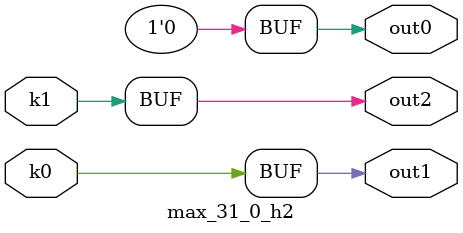
<source format=v>
module max_31_0(pi0, pi1, pi2, pi3, pi4, pi5, po0, po1, po2);
input pi0, pi1, pi2, pi3, pi4, pi5;
output po0, po1, po2;
wire k0, k1;
max_31_0_w2 DUT1 (pi0, pi1, pi2, pi3, pi4, pi5, k0, k1);
max_31_0_h2 DUT2 (k0, k1, po0, po1, po2);
endmodule

module max_31_0_w2(in5, in4, in3, in2, in1, in0, k1, k0);
input in5, in4, in3, in2, in1, in0;
output k1, k0;
assign k0 =   (~in5 | (in4 & (in1 | in0))) & ~in3 & (in4 | in1 | in0);
assign k1 =   in2;
endmodule

module max_31_0_h2(k1, k0, out2, out1, out0);
input k1, k0;
output out2, out1, out0;
assign out0 = 0;
assign out1 = k0;
assign out2 = k1;
endmodule

</source>
